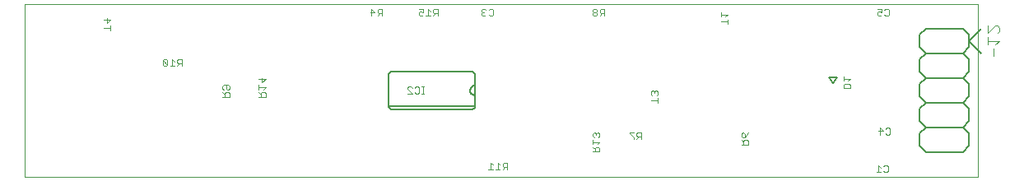
<source format=gbo>
G75*
%MOIN*%
%OFA0B0*%
%FSLAX25Y25*%
%IPPOS*%
%LPD*%
%AMOC8*
5,1,8,0,0,1.08239X$1,22.5*
%
%ADD10C,0.00000*%
%ADD11C,0.00400*%
%ADD12C,0.00600*%
%ADD13C,0.00500*%
D10*
X0001000Y0005500D02*
X0001000Y0075461D01*
X0387201Y0075461D01*
X0387201Y0005500D01*
X0001000Y0005500D01*
D11*
X0081250Y0037882D02*
X0084002Y0037882D01*
X0084002Y0039258D01*
X0083543Y0039717D01*
X0082626Y0039717D01*
X0082167Y0039258D01*
X0082167Y0037882D01*
X0082167Y0038799D02*
X0081250Y0039717D01*
X0081708Y0040782D02*
X0081250Y0041241D01*
X0081250Y0042158D01*
X0081708Y0042617D01*
X0083543Y0042617D01*
X0084002Y0042158D01*
X0084002Y0041241D01*
X0083543Y0040782D01*
X0083084Y0040782D01*
X0082626Y0041241D01*
X0082626Y0042617D01*
X0095884Y0042619D02*
X0095884Y0040784D01*
X0095884Y0041702D02*
X0098636Y0041702D01*
X0097719Y0040784D01*
X0098178Y0039719D02*
X0097260Y0039719D01*
X0096802Y0039260D01*
X0096802Y0037884D01*
X0096802Y0038801D02*
X0095884Y0039719D01*
X0098178Y0039719D02*
X0098636Y0039260D01*
X0098636Y0037884D01*
X0095884Y0037884D01*
X0097260Y0043684D02*
X0097260Y0045519D01*
X0095884Y0045060D02*
X0098636Y0045060D01*
X0097260Y0043684D01*
X0064699Y0050355D02*
X0064699Y0053107D01*
X0063323Y0053107D01*
X0062864Y0052648D01*
X0062864Y0051731D01*
X0063323Y0051272D01*
X0064699Y0051272D01*
X0063782Y0051272D02*
X0062864Y0050355D01*
X0061799Y0050355D02*
X0059964Y0050355D01*
X0060882Y0050355D02*
X0060882Y0053107D01*
X0061799Y0052190D01*
X0058899Y0052648D02*
X0058440Y0053107D01*
X0057523Y0053107D01*
X0057064Y0052648D01*
X0058899Y0050814D01*
X0058440Y0050355D01*
X0057523Y0050355D01*
X0057064Y0050814D01*
X0057064Y0052648D01*
X0058899Y0052648D02*
X0058899Y0050814D01*
X0035802Y0064900D02*
X0035802Y0066734D01*
X0035802Y0065817D02*
X0033050Y0065817D01*
X0034426Y0067800D02*
X0034426Y0069635D01*
X0033050Y0069176D02*
X0035802Y0069176D01*
X0034426Y0067800D01*
X0141065Y0072076D02*
X0142900Y0072076D01*
X0141524Y0073452D01*
X0141524Y0070700D01*
X0143965Y0070700D02*
X0144883Y0071617D01*
X0144424Y0071617D02*
X0145800Y0071617D01*
X0145800Y0070700D02*
X0145800Y0073452D01*
X0144424Y0073452D01*
X0143965Y0072993D01*
X0143965Y0072076D01*
X0144424Y0071617D01*
X0160665Y0071159D02*
X0161124Y0070700D01*
X0162041Y0070700D01*
X0162500Y0071159D01*
X0162500Y0072076D02*
X0161582Y0072535D01*
X0161124Y0072535D01*
X0160665Y0072076D01*
X0160665Y0071159D01*
X0162500Y0072076D02*
X0162500Y0073452D01*
X0160665Y0073452D01*
X0164483Y0073452D02*
X0165400Y0072535D01*
X0166465Y0072993D02*
X0166465Y0072076D01*
X0166924Y0071617D01*
X0168300Y0071617D01*
X0168300Y0070700D02*
X0168300Y0073452D01*
X0166924Y0073452D01*
X0166465Y0072993D01*
X0164483Y0073452D02*
X0164483Y0070700D01*
X0165400Y0070700D02*
X0163565Y0070700D01*
X0166465Y0070700D02*
X0167383Y0071617D01*
X0186065Y0071617D02*
X0186065Y0071159D01*
X0186524Y0070700D01*
X0187441Y0070700D01*
X0187900Y0071159D01*
X0188965Y0071159D02*
X0189424Y0070700D01*
X0190341Y0070700D01*
X0190800Y0071159D01*
X0190800Y0072993D01*
X0190341Y0073452D01*
X0189424Y0073452D01*
X0188965Y0072993D01*
X0187900Y0072993D02*
X0187441Y0073452D01*
X0186524Y0073452D01*
X0186065Y0072993D01*
X0186065Y0072535D01*
X0186524Y0072076D01*
X0186065Y0071617D01*
X0186524Y0072076D02*
X0186983Y0072076D01*
X0231065Y0071617D02*
X0231065Y0071159D01*
X0231524Y0070700D01*
X0232441Y0070700D01*
X0232900Y0071159D01*
X0232900Y0071617D01*
X0232441Y0072076D01*
X0231524Y0072076D01*
X0231065Y0071617D01*
X0231524Y0072076D02*
X0231065Y0072535D01*
X0231065Y0072993D01*
X0231524Y0073452D01*
X0232441Y0073452D01*
X0232900Y0072993D01*
X0232900Y0072535D01*
X0232441Y0072076D01*
X0233965Y0072076D02*
X0234424Y0071617D01*
X0235800Y0071617D01*
X0235800Y0070700D02*
X0235800Y0073452D01*
X0234424Y0073452D01*
X0233965Y0072993D01*
X0233965Y0072076D01*
X0234883Y0071617D02*
X0233965Y0070700D01*
X0283050Y0070300D02*
X0283050Y0072135D01*
X0283050Y0071217D02*
X0285802Y0071217D01*
X0284885Y0070300D01*
X0285802Y0069234D02*
X0285802Y0067400D01*
X0285802Y0068317D02*
X0283050Y0068317D01*
X0346380Y0071119D02*
X0346839Y0070660D01*
X0347756Y0070660D01*
X0348215Y0071119D01*
X0348215Y0072036D02*
X0347298Y0072495D01*
X0346839Y0072495D01*
X0346380Y0072036D01*
X0346380Y0071119D01*
X0348215Y0072036D02*
X0348215Y0073412D01*
X0346380Y0073412D01*
X0349281Y0072954D02*
X0349739Y0073412D01*
X0350657Y0073412D01*
X0351115Y0072954D01*
X0351115Y0071119D01*
X0350657Y0070660D01*
X0349739Y0070660D01*
X0349281Y0071119D01*
X0391200Y0066665D02*
X0391200Y0063596D01*
X0394269Y0066665D01*
X0395037Y0066665D01*
X0395804Y0065898D01*
X0395804Y0064363D01*
X0395037Y0063596D01*
X0391200Y0062061D02*
X0391200Y0058992D01*
X0394269Y0058992D02*
X0395804Y0060527D01*
X0391200Y0060527D01*
X0393502Y0057457D02*
X0393502Y0054388D01*
X0335389Y0045187D02*
X0332637Y0045187D01*
X0332637Y0046104D02*
X0332637Y0044269D01*
X0333096Y0043204D02*
X0334930Y0043204D01*
X0335389Y0042745D01*
X0335389Y0041369D01*
X0332637Y0041369D01*
X0332637Y0042745D01*
X0333096Y0043204D01*
X0334472Y0044269D02*
X0335389Y0045187D01*
X0257512Y0039820D02*
X0257512Y0038903D01*
X0257053Y0038444D01*
X0257512Y0037378D02*
X0257512Y0035544D01*
X0257512Y0036461D02*
X0254760Y0036461D01*
X0255219Y0038444D02*
X0254760Y0038903D01*
X0254760Y0039820D01*
X0255219Y0040279D01*
X0255677Y0040279D01*
X0256136Y0039820D01*
X0256136Y0039361D01*
X0256136Y0039820D02*
X0256595Y0040279D01*
X0257053Y0040279D01*
X0257512Y0039820D01*
X0250754Y0023562D02*
X0249378Y0023562D01*
X0248919Y0023103D01*
X0248919Y0022186D01*
X0249378Y0021727D01*
X0250754Y0021727D01*
X0250754Y0020810D02*
X0250754Y0023562D01*
X0247854Y0023562D02*
X0246019Y0023562D01*
X0246019Y0023103D01*
X0247854Y0021269D01*
X0247854Y0020810D01*
X0248919Y0020810D02*
X0249836Y0021727D01*
X0233952Y0021959D02*
X0233493Y0021500D01*
X0233952Y0021959D02*
X0233952Y0022876D01*
X0233493Y0023335D01*
X0233035Y0023335D01*
X0232576Y0022876D01*
X0232117Y0023335D01*
X0231659Y0023335D01*
X0231200Y0022876D01*
X0231200Y0021959D01*
X0231659Y0021500D01*
X0231200Y0020435D02*
X0231200Y0018600D01*
X0231200Y0017535D02*
X0232117Y0016617D01*
X0232117Y0017076D02*
X0232117Y0015700D01*
X0231200Y0015700D02*
X0233952Y0015700D01*
X0233952Y0017076D01*
X0233493Y0017535D01*
X0232576Y0017535D01*
X0232117Y0017076D01*
X0233035Y0018600D02*
X0233952Y0019517D01*
X0231200Y0019517D01*
X0232576Y0022418D02*
X0232576Y0022876D01*
X0196514Y0011219D02*
X0195138Y0011219D01*
X0194679Y0010760D01*
X0194679Y0009843D01*
X0195138Y0009384D01*
X0196514Y0009384D01*
X0196514Y0008467D02*
X0196514Y0011219D01*
X0193614Y0010302D02*
X0192696Y0011219D01*
X0192696Y0008467D01*
X0191779Y0008467D02*
X0193614Y0008467D01*
X0194679Y0008467D02*
X0195596Y0009384D01*
X0190713Y0008467D02*
X0188879Y0008467D01*
X0189796Y0008467D02*
X0189796Y0011219D01*
X0190713Y0010302D01*
X0291301Y0018547D02*
X0294053Y0018547D01*
X0294053Y0019923D01*
X0293595Y0020381D01*
X0292677Y0020381D01*
X0292219Y0019923D01*
X0292219Y0018547D01*
X0292219Y0019464D02*
X0291301Y0020381D01*
X0291760Y0021447D02*
X0291301Y0021905D01*
X0291301Y0022823D01*
X0291760Y0023281D01*
X0292219Y0023281D01*
X0292677Y0022823D01*
X0292677Y0021447D01*
X0291760Y0021447D01*
X0292677Y0021447D02*
X0293595Y0022364D01*
X0294053Y0023281D01*
X0346865Y0023926D02*
X0348700Y0023926D01*
X0347324Y0025302D01*
X0347324Y0022550D01*
X0349766Y0023009D02*
X0350224Y0022550D01*
X0351142Y0022550D01*
X0351600Y0023009D01*
X0351600Y0024844D01*
X0351142Y0025302D01*
X0350224Y0025302D01*
X0349766Y0024844D01*
X0349338Y0010123D02*
X0350255Y0010123D01*
X0350714Y0009665D01*
X0350714Y0007830D01*
X0350255Y0007371D01*
X0349338Y0007371D01*
X0348879Y0007830D01*
X0347814Y0007371D02*
X0345979Y0007371D01*
X0346897Y0007371D02*
X0346897Y0010123D01*
X0347814Y0009206D01*
X0348879Y0009665D02*
X0349338Y0010123D01*
X0162800Y0039200D02*
X0161883Y0039200D01*
X0162341Y0039200D02*
X0162341Y0041952D01*
X0161883Y0041952D02*
X0162800Y0041952D01*
X0160867Y0041493D02*
X0160867Y0039659D01*
X0160408Y0039200D01*
X0159491Y0039200D01*
X0159032Y0039659D01*
X0157966Y0039200D02*
X0156132Y0041035D01*
X0156132Y0041493D01*
X0156591Y0041952D01*
X0157508Y0041952D01*
X0157966Y0041493D01*
X0159032Y0041493D02*
X0159491Y0041952D01*
X0160408Y0041952D01*
X0160867Y0041493D01*
X0157966Y0039200D02*
X0156132Y0039200D01*
D12*
X0150000Y0032800D02*
X0149924Y0032802D01*
X0149848Y0032808D01*
X0149773Y0032817D01*
X0149698Y0032831D01*
X0149624Y0032848D01*
X0149551Y0032869D01*
X0149479Y0032893D01*
X0149408Y0032922D01*
X0149339Y0032953D01*
X0149272Y0032988D01*
X0149207Y0033027D01*
X0149143Y0033069D01*
X0149082Y0033114D01*
X0149023Y0033162D01*
X0148967Y0033213D01*
X0148913Y0033267D01*
X0148862Y0033323D01*
X0148814Y0033382D01*
X0148769Y0033443D01*
X0148727Y0033507D01*
X0148688Y0033572D01*
X0148653Y0033639D01*
X0148622Y0033708D01*
X0148593Y0033779D01*
X0148569Y0033851D01*
X0148548Y0033924D01*
X0148531Y0033998D01*
X0148517Y0034073D01*
X0148508Y0034148D01*
X0148502Y0034224D01*
X0148500Y0034300D01*
X0148500Y0046700D01*
X0148502Y0046776D01*
X0148508Y0046852D01*
X0148517Y0046927D01*
X0148531Y0047002D01*
X0148548Y0047076D01*
X0148569Y0047149D01*
X0148593Y0047221D01*
X0148622Y0047292D01*
X0148653Y0047361D01*
X0148688Y0047428D01*
X0148727Y0047493D01*
X0148769Y0047557D01*
X0148814Y0047618D01*
X0148862Y0047677D01*
X0148913Y0047733D01*
X0148967Y0047787D01*
X0149023Y0047838D01*
X0149082Y0047886D01*
X0149143Y0047931D01*
X0149207Y0047973D01*
X0149272Y0048012D01*
X0149339Y0048047D01*
X0149408Y0048078D01*
X0149479Y0048107D01*
X0149551Y0048131D01*
X0149624Y0048152D01*
X0149698Y0048169D01*
X0149773Y0048183D01*
X0149848Y0048192D01*
X0149924Y0048198D01*
X0150000Y0048200D01*
X0182000Y0048200D01*
X0182076Y0048198D01*
X0182152Y0048192D01*
X0182227Y0048183D01*
X0182302Y0048169D01*
X0182376Y0048152D01*
X0182449Y0048131D01*
X0182521Y0048107D01*
X0182592Y0048078D01*
X0182661Y0048047D01*
X0182728Y0048012D01*
X0182793Y0047973D01*
X0182857Y0047931D01*
X0182918Y0047886D01*
X0182977Y0047838D01*
X0183033Y0047787D01*
X0183087Y0047733D01*
X0183138Y0047677D01*
X0183186Y0047618D01*
X0183231Y0047557D01*
X0183273Y0047493D01*
X0183312Y0047428D01*
X0183347Y0047361D01*
X0183378Y0047292D01*
X0183407Y0047221D01*
X0183431Y0047149D01*
X0183452Y0047076D01*
X0183469Y0047002D01*
X0183483Y0046927D01*
X0183492Y0046852D01*
X0183498Y0046776D01*
X0183500Y0046700D01*
X0183500Y0042500D01*
X0183500Y0038500D01*
X0183500Y0034300D01*
X0183500Y0034200D02*
X0148500Y0034200D01*
X0150000Y0032800D02*
X0182000Y0032800D01*
X0182076Y0032802D01*
X0182152Y0032808D01*
X0182227Y0032817D01*
X0182302Y0032831D01*
X0182376Y0032848D01*
X0182449Y0032869D01*
X0182521Y0032893D01*
X0182592Y0032922D01*
X0182661Y0032953D01*
X0182728Y0032988D01*
X0182793Y0033027D01*
X0182857Y0033069D01*
X0182918Y0033114D01*
X0182977Y0033162D01*
X0183033Y0033213D01*
X0183087Y0033267D01*
X0183138Y0033323D01*
X0183186Y0033382D01*
X0183231Y0033443D01*
X0183273Y0033507D01*
X0183312Y0033572D01*
X0183347Y0033639D01*
X0183378Y0033708D01*
X0183407Y0033779D01*
X0183431Y0033851D01*
X0183452Y0033924D01*
X0183469Y0033998D01*
X0183483Y0034073D01*
X0183492Y0034148D01*
X0183498Y0034224D01*
X0183500Y0034300D01*
X0183500Y0038500D02*
X0183412Y0038502D01*
X0183323Y0038508D01*
X0183235Y0038518D01*
X0183148Y0038531D01*
X0183061Y0038549D01*
X0182975Y0038570D01*
X0182890Y0038595D01*
X0182807Y0038624D01*
X0182724Y0038657D01*
X0182644Y0038693D01*
X0182565Y0038732D01*
X0182487Y0038775D01*
X0182412Y0038822D01*
X0182339Y0038872D01*
X0182268Y0038925D01*
X0182199Y0038981D01*
X0182133Y0039040D01*
X0182070Y0039102D01*
X0182010Y0039166D01*
X0181952Y0039233D01*
X0181898Y0039303D01*
X0181846Y0039375D01*
X0181798Y0039449D01*
X0181753Y0039526D01*
X0181712Y0039604D01*
X0181674Y0039684D01*
X0181640Y0039765D01*
X0181609Y0039848D01*
X0181582Y0039933D01*
X0181559Y0040018D01*
X0181540Y0040104D01*
X0181524Y0040192D01*
X0181512Y0040279D01*
X0181504Y0040367D01*
X0181500Y0040456D01*
X0181500Y0040544D01*
X0181504Y0040633D01*
X0181512Y0040721D01*
X0181524Y0040808D01*
X0181540Y0040896D01*
X0181559Y0040982D01*
X0181582Y0041067D01*
X0181609Y0041152D01*
X0181640Y0041235D01*
X0181674Y0041316D01*
X0181712Y0041396D01*
X0181753Y0041474D01*
X0181798Y0041551D01*
X0181846Y0041625D01*
X0181898Y0041697D01*
X0181952Y0041767D01*
X0182010Y0041834D01*
X0182070Y0041898D01*
X0182133Y0041960D01*
X0182199Y0042019D01*
X0182268Y0042075D01*
X0182339Y0042128D01*
X0182412Y0042178D01*
X0182487Y0042225D01*
X0182565Y0042268D01*
X0182644Y0042307D01*
X0182724Y0042343D01*
X0182807Y0042376D01*
X0182890Y0042405D01*
X0182975Y0042430D01*
X0183061Y0042451D01*
X0183148Y0042469D01*
X0183235Y0042482D01*
X0183323Y0042492D01*
X0183412Y0042498D01*
X0183500Y0042500D01*
X0326925Y0045894D02*
X0328500Y0043531D01*
X0330075Y0045894D01*
X0326925Y0045894D01*
X0363500Y0048000D02*
X0366000Y0045500D01*
X0381000Y0045500D01*
X0383500Y0043000D01*
X0383500Y0038000D01*
X0381000Y0035500D01*
X0366000Y0035500D01*
X0363500Y0033000D01*
X0363500Y0028000D01*
X0366000Y0025500D01*
X0381000Y0025500D01*
X0383500Y0023000D01*
X0383500Y0018000D01*
X0381000Y0015500D01*
X0366000Y0015500D01*
X0363500Y0018000D01*
X0363500Y0023000D01*
X0366000Y0025500D01*
X0381000Y0025500D02*
X0383500Y0028000D01*
X0383500Y0033000D01*
X0381000Y0035500D01*
X0366000Y0035500D02*
X0363500Y0038000D01*
X0363500Y0043000D01*
X0366000Y0045500D01*
X0363500Y0048000D02*
X0363500Y0053000D01*
X0366000Y0055500D01*
X0381000Y0055500D01*
X0383500Y0053000D01*
X0383500Y0048000D01*
X0381000Y0045500D01*
X0381000Y0055500D02*
X0383500Y0058000D01*
X0383500Y0060500D01*
X0383500Y0063000D01*
X0381000Y0065500D01*
X0366000Y0065500D01*
X0363500Y0063000D01*
X0363500Y0058000D01*
X0366000Y0055500D01*
D13*
X0383500Y0060500D02*
X0388500Y0055500D01*
X0383500Y0060500D02*
X0388500Y0065500D01*
M02*

</source>
